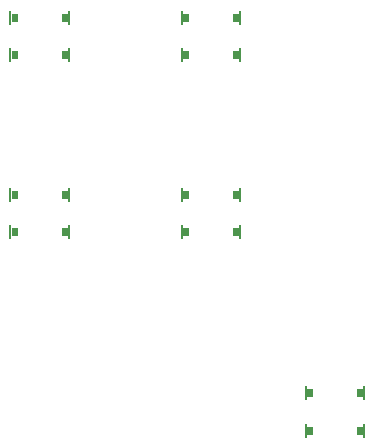
<source format=gbp>
G04 #@! TF.FileFunction,Paste,Bot*
%FSLAX46Y46*%
G04 Gerber Fmt 4.6, Leading zero omitted, Abs format (unit mm)*
G04 Created by KiCad (PCBNEW 0.201508140901+6091~28~ubuntu14.04.1-product) date Tue 22 Sep 2015 11:40:43 PM CEST*
%MOMM*%
G01*
G04 APERTURE LIST*
%ADD10C,0.100000*%
%ADD11R,0.550800X0.750800*%
%ADD12R,0.250800X1.150800*%
G04 APERTURE END LIST*
D10*
D11*
X169375000Y-82075000D03*
X173625000Y-82075000D03*
X169375000Y-78925000D03*
X173625000Y-78925000D03*
D12*
X173975000Y-82075000D03*
X169025000Y-82075000D03*
X169025000Y-78925000D03*
X173975000Y-78925000D03*
D11*
X183875000Y-82075000D03*
X188125000Y-82075000D03*
X183875000Y-78925000D03*
X188125000Y-78925000D03*
D12*
X188475000Y-82075000D03*
X183525000Y-82075000D03*
X183525000Y-78925000D03*
X188475000Y-78925000D03*
D11*
X173625000Y-93925000D03*
X169375000Y-93925000D03*
X173625000Y-97075000D03*
X169375000Y-97075000D03*
D12*
X169025000Y-93925000D03*
X173975000Y-93925000D03*
X173975000Y-97075000D03*
X169025000Y-97075000D03*
D11*
X188125000Y-93925000D03*
X183875000Y-93925000D03*
X188125000Y-97075000D03*
X183875000Y-97075000D03*
D12*
X183525000Y-93925000D03*
X188475000Y-93925000D03*
X188475000Y-97075000D03*
X183525000Y-97075000D03*
D11*
X198625000Y-110725000D03*
X194375000Y-110725000D03*
X198625000Y-113875000D03*
X194375000Y-113875000D03*
D12*
X194025000Y-110725000D03*
X198975000Y-110725000D03*
X198975000Y-113875000D03*
X194025000Y-113875000D03*
M02*

</source>
